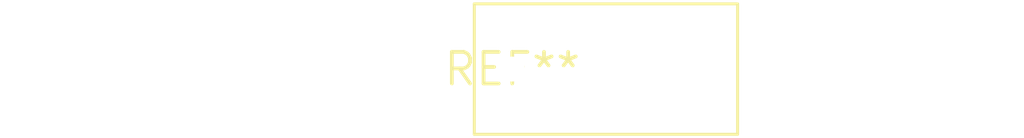
<source format=kicad_pcb>
(kicad_pcb (version 20240108) (generator pcbnew)
  (layers (0 "F.Cu" signal) (31 "B.Cu" signal) (34 "B.Paste" user) (35 "F.Paste" user) (36 "B.SilkS" user "B.Silkscreen") (37 "F.SilkS" user "F.Silkscreen") (38 "B.Mask" user) (39 "F.Mask" user) (44 "Edge.Cuts" user))
  (net 0 "")
  (footprint "C_Rect_L10.3mm_W5.0mm_P7.50mm_MKS4" (layer "F.Cu") (at 0 0)
    (property "Reference" "REF**")
    (property "Value" "C_Rect_L10.3mm_W5.0mm_P7.50mm_MKS4")
    (fp_line (start -1.52 -2.62) (end -1.52 2.62) (layer "F.SilkS") (stroke (width 0.12)))
    (fp_line (start -1.52 -2.62) (end 9.02 -2.62) (layer "F.SilkS") (stroke (width 0.12)))
    (fp_line (start -1.52 2.62) (end 9.02 2.62) (layer "F.SilkS") (stroke (width 0.12)))
    (fp_line (start 9.02 -2.62) (end 9.02 2.62) (layer "F.SilkS") (stroke (width 0.12)))
    (pad "1" thru_hole circle (at 0 0) (size 2 2) (drill 1) (layers *.Cu *.Mask) (remove_unused_layers))
    (pad "2" thru_hole circle (at 7.5 0) (size 2 2) (drill 1) (layers *.Cu *.Mask) (remove_unused_layers))
  )
)
</source>
